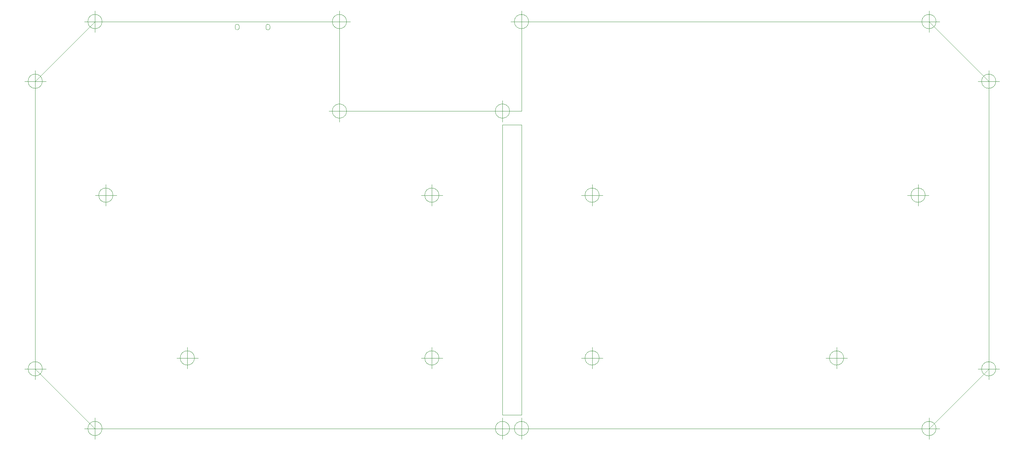
<source format=gbr>
%TF.GenerationSoftware,KiCad,Pcbnew,(5.1.8)-1*%
%TF.CreationDate,2021-03-07T17:47:24+01:00*%
%TF.ProjectId,splitboard,73706c69-7462-46f6-9172-642e6b696361,rev?*%
%TF.SameCoordinates,Original*%
%TF.FileFunction,Profile,NP*%
%FSLAX46Y46*%
G04 Gerber Fmt 4.6, Leading zero omitted, Abs format (unit mm)*
G04 Created by KiCad (PCBNEW (5.1.8)-1) date 2021-03-07 17:47:24*
%MOMM*%
%LPD*%
G01*
G04 APERTURE LIST*
%TA.AperFunction,Profile*%
%ADD10C,0.050000*%
%TD*%
G04 APERTURE END LIST*
D10*
X125730000Y-154940000D02*
X130175000Y-154940000D01*
X125730000Y-83820000D02*
X125730000Y-151765000D01*
X130175000Y-83820000D02*
X125730000Y-83820000D01*
X130175000Y-151765000D02*
X130175000Y-83820000D01*
X125730000Y-151765000D02*
X130175000Y-151765000D01*
X16510000Y-140970000D02*
X16510000Y-73660000D01*
X225425000Y-154940000D02*
X130175000Y-154940000D01*
X239395000Y-140970000D02*
X225425000Y-154940000D01*
X239395000Y-73660000D02*
X239395000Y-140970000D01*
X225425000Y-59690000D02*
X239395000Y-73660000D01*
X130175000Y-59690000D02*
X225425000Y-59690000D01*
X130175000Y-80645000D02*
X125730000Y-80645000D01*
X130175000Y-59690000D02*
X130175000Y-80645000D01*
X87630000Y-80645000D02*
X125730000Y-80645000D01*
X87630000Y-59690000D02*
X87630000Y-80645000D01*
X30480000Y-59690000D02*
X87630000Y-59690000D01*
X16510000Y-73660000D02*
X30480000Y-59690000D01*
X89296666Y-80645000D02*
G75*
G03*
X89296666Y-80645000I-1666666J0D01*
G01*
X85130000Y-80645000D02*
X90130000Y-80645000D01*
X87630000Y-78145000D02*
X87630000Y-83145000D01*
X89296666Y-59690000D02*
G75*
G03*
X89296666Y-59690000I-1666666J0D01*
G01*
X85130000Y-59690000D02*
X90130000Y-59690000D01*
X87630000Y-57190000D02*
X87630000Y-62190000D01*
X241061666Y-140970000D02*
G75*
G03*
X241061666Y-140970000I-1666666J0D01*
G01*
X236895000Y-140970000D02*
X241895000Y-140970000D01*
X239395000Y-138470000D02*
X239395000Y-143470000D01*
X227091666Y-154940000D02*
G75*
G03*
X227091666Y-154940000I-1666666J0D01*
G01*
X222925000Y-154940000D02*
X227925000Y-154940000D01*
X225425000Y-152440000D02*
X225425000Y-157440000D01*
X30480000Y-154940000D02*
X125730000Y-154940000D01*
X16510000Y-140970000D02*
X30480000Y-154940000D01*
X53736666Y-138430000D02*
G75*
G03*
X53736666Y-138430000I-1666666J0D01*
G01*
X49570000Y-138430000D02*
X54570000Y-138430000D01*
X52070000Y-135930000D02*
X52070000Y-140930000D01*
X110886666Y-138430000D02*
G75*
G03*
X110886666Y-138430000I-1666666J0D01*
G01*
X106720000Y-138430000D02*
X111720000Y-138430000D01*
X109220000Y-135930000D02*
X109220000Y-140930000D01*
X110886666Y-100330000D02*
G75*
G03*
X110886666Y-100330000I-1666666J0D01*
G01*
X106720000Y-100330000D02*
X111720000Y-100330000D01*
X109220000Y-97830000D02*
X109220000Y-102830000D01*
X34686666Y-100330000D02*
G75*
G03*
X34686666Y-100330000I-1666666J0D01*
G01*
X30520000Y-100330000D02*
X35520000Y-100330000D01*
X33020000Y-97830000D02*
X33020000Y-102830000D01*
X148351666Y-100330000D02*
G75*
G03*
X148351666Y-100330000I-1666666J0D01*
G01*
X144185000Y-100330000D02*
X149185000Y-100330000D01*
X146685000Y-97830000D02*
X146685000Y-102830000D01*
X224551666Y-100330000D02*
G75*
G03*
X224551666Y-100330000I-1666666J0D01*
G01*
X220385000Y-100330000D02*
X225385000Y-100330000D01*
X222885000Y-97830000D02*
X222885000Y-102830000D01*
X205501666Y-138430000D02*
G75*
G03*
X205501666Y-138430000I-1666666J0D01*
G01*
X201335000Y-138430000D02*
X206335000Y-138430000D01*
X203835000Y-135930000D02*
X203835000Y-140930000D01*
X148351666Y-138430000D02*
G75*
G03*
X148351666Y-138430000I-1666666J0D01*
G01*
X144185000Y-138430000D02*
X149185000Y-138430000D01*
X146685000Y-135930000D02*
X146685000Y-140930000D01*
X241061666Y-73660000D02*
G75*
G03*
X241061666Y-73660000I-1666666J0D01*
G01*
X236895000Y-73660000D02*
X241895000Y-73660000D01*
X239395000Y-71160000D02*
X239395000Y-76160000D01*
X227091666Y-59690000D02*
G75*
G03*
X227091666Y-59690000I-1666666J0D01*
G01*
X222925000Y-59690000D02*
X227925000Y-59690000D01*
X225425000Y-57190000D02*
X225425000Y-62190000D01*
X131841666Y-59690000D02*
G75*
G03*
X131841666Y-59690000I-1666666J0D01*
G01*
X127675000Y-59690000D02*
X132675000Y-59690000D01*
X130175000Y-57190000D02*
X130175000Y-62190000D01*
X127396666Y-80645000D02*
G75*
G03*
X127396666Y-80645000I-1666666J0D01*
G01*
X123230000Y-80645000D02*
X128230000Y-80645000D01*
X125730000Y-78145000D02*
X125730000Y-83145000D01*
X131841666Y-154940000D02*
G75*
G03*
X131841666Y-154940000I-1666666J0D01*
G01*
X127675000Y-154940000D02*
X132675000Y-154940000D01*
X130175000Y-152440000D02*
X130175000Y-157440000D01*
X127396666Y-154940000D02*
G75*
G03*
X127396666Y-154940000I-1666666J0D01*
G01*
X123230000Y-154940000D02*
X128230000Y-154940000D01*
X125730000Y-152440000D02*
X125730000Y-157440000D01*
X18176666Y-140970000D02*
G75*
G03*
X18176666Y-140970000I-1666666J0D01*
G01*
X14010000Y-140970000D02*
X19010000Y-140970000D01*
X16510000Y-138470000D02*
X16510000Y-143470000D01*
X32146666Y-154940000D02*
G75*
G03*
X32146666Y-154940000I-1666666J0D01*
G01*
X27980000Y-154940000D02*
X32980000Y-154940000D01*
X30480000Y-152440000D02*
X30480000Y-157440000D01*
X18176666Y-73660000D02*
G75*
G03*
X18176666Y-73660000I-1666666J0D01*
G01*
X14010000Y-73660000D02*
X19010000Y-73660000D01*
X16510000Y-71160000D02*
X16510000Y-76160000D01*
X32146666Y-59690000D02*
G75*
G03*
X32146666Y-59690000I-1666666J0D01*
G01*
X27980000Y-59690000D02*
X32980000Y-59690000D01*
X30480000Y-57190000D02*
X30480000Y-62190000D01*
%TO.C,X3*%
X64160000Y-60665000D02*
X64160000Y-61265000D01*
X63260000Y-61265000D02*
X63260000Y-60665000D01*
X71360000Y-60715000D02*
X71360000Y-61265000D01*
X70810000Y-60315000D02*
X71010000Y-60315000D01*
X70460000Y-61265000D02*
X70460000Y-60715000D01*
X71010000Y-61615000D02*
X70810000Y-61615000D01*
X63710000Y-61615000D02*
G75*
G03*
X64160000Y-61265000I50000J400000D01*
G01*
X63260000Y-61265000D02*
G75*
G03*
X63710000Y-61615000I400000J50000D01*
G01*
X64160000Y-60665000D02*
G75*
G03*
X63710000Y-60315000I-400000J-50000D01*
G01*
X63710000Y-60315000D02*
G75*
G03*
X63260000Y-60665000I-50000J-400000D01*
G01*
X71360000Y-60715000D02*
G75*
G03*
X71010000Y-60315000I-375000J25000D01*
G01*
X70810000Y-60315000D02*
G75*
G03*
X70460000Y-60715000I25000J-375000D01*
G01*
X70460000Y-61265000D02*
G75*
G03*
X70810000Y-61615000I350000J0D01*
G01*
X71010000Y-61615000D02*
G75*
G03*
X71360000Y-61265000I0J350000D01*
G01*
%TD*%
M02*

</source>
